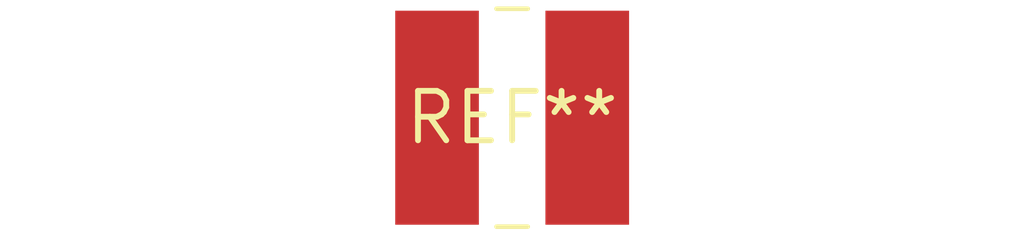
<source format=kicad_pcb>
(kicad_pcb (version 20240108) (generator pcbnew)
  (layers (0 "F.Cu" signal) (31 "B.Cu" signal) (34 "B.Paste" user) (35 "F.Paste" user) (36 "B.SilkS" user "B.Silkscreen") (37 "F.SilkS" user "F.Silkscreen") (38 "B.Mask" user) (39 "F.Mask" user) (44 "Edge.Cuts" user))
  (net 0 "")
  (footprint "L_Wuerth_WE-PD2-Typ-MS" (layer "F.Cu") (at 0 0)
    (property "Reference" "REF**")
    (property "Value" "L_Wuerth_WE-PD2-Typ-MS")
    (fp_line (start -0.4 -2.8) (end 0.4 -2.8) (layer "F.SilkS") (stroke (width 0.12)))
    (fp_line (start -0.4 2.8) (end 0.4 2.8) (layer "F.SilkS") (stroke (width 0.12)))
    (pad "1" smd rect (at -1.93 0) (size 2.15 5.5) (layers "F.Cu" "F.Paste" "F.Mask"))
    (pad "2" smd rect (at 1.93 0) (size 2.15 5.5) (layers "F.Cu" "F.Paste" "F.Mask"))
  )
)
</source>
